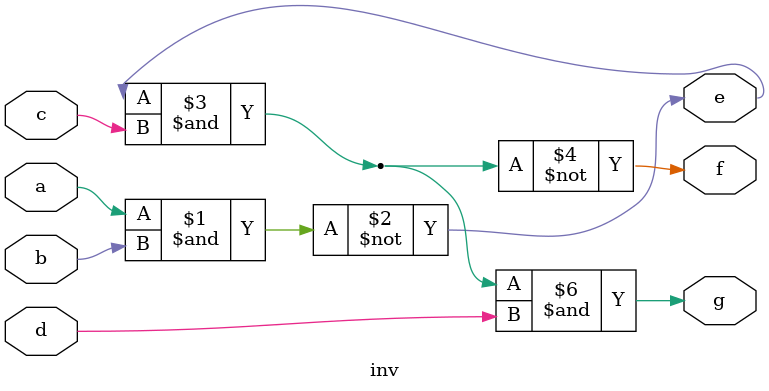
<source format=v>
`timescale 1ns / 1ps


module inv(

input a,b,c,d,
output e,f,g

    );
assign e=~(a&b);
assign f=~(e&c);
assign g=(~f&d);
endmodule

</source>
